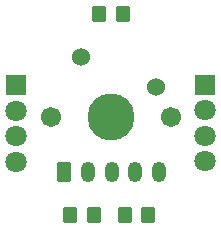
<source format=gbr>
%TF.GenerationSoftware,KiCad,Pcbnew,(6.0.9)*%
%TF.CreationDate,2023-06-19T17:18:25-04:00*%
%TF.ProjectId,ckc-mx,636b632d-6d78-42e6-9b69-6361645f7063,rev?*%
%TF.SameCoordinates,Original*%
%TF.FileFunction,Soldermask,Bot*%
%TF.FilePolarity,Negative*%
%FSLAX46Y46*%
G04 Gerber Fmt 4.6, Leading zero omitted, Abs format (unit mm)*
G04 Created by KiCad (PCBNEW (6.0.9)) date 2023-06-19 17:18:25*
%MOMM*%
%LPD*%
G01*
G04 APERTURE LIST*
G04 Aperture macros list*
%AMRoundRect*
0 Rectangle with rounded corners*
0 $1 Rounding radius*
0 $2 $3 $4 $5 $6 $7 $8 $9 X,Y pos of 4 corners*
0 Add a 4 corners polygon primitive as box body*
4,1,4,$2,$3,$4,$5,$6,$7,$8,$9,$2,$3,0*
0 Add four circle primitives for the rounded corners*
1,1,$1+$1,$2,$3*
1,1,$1+$1,$4,$5*
1,1,$1+$1,$6,$7*
1,1,$1+$1,$8,$9*
0 Add four rect primitives between the rounded corners*
20,1,$1+$1,$2,$3,$4,$5,0*
20,1,$1+$1,$4,$5,$6,$7,0*
20,1,$1+$1,$6,$7,$8,$9,0*
20,1,$1+$1,$8,$9,$2,$3,0*%
G04 Aperture macros list end*
%ADD10C,1.701800*%
%ADD11C,1.524000*%
%ADD12C,3.987800*%
%ADD13RoundRect,0.250000X-0.350000X-0.625000X0.350000X-0.625000X0.350000X0.625000X-0.350000X0.625000X0*%
%ADD14O,1.200000X1.750000*%
%ADD15RoundRect,0.250000X-0.350000X-0.450000X0.350000X-0.450000X0.350000X0.450000X-0.350000X0.450000X0*%
%ADD16RoundRect,0.250000X0.350000X0.450000X-0.350000X0.450000X-0.350000X-0.450000X0.350000X-0.450000X0*%
%ADD17R,1.800000X1.800000*%
%ADD18C,1.800000*%
G04 APERTURE END LIST*
D10*
%TO.C,SW1*%
X153511250Y-65881250D03*
D11*
X145891250Y-60801250D03*
D10*
X143351250Y-65881250D03*
D11*
X152241250Y-63341250D03*
D12*
X148431250Y-65881250D03*
%TD*%
D13*
%TO.C,J1*%
X144500000Y-70500000D03*
D14*
X146500000Y-70500000D03*
X148500000Y-70500000D03*
X150500000Y-70500000D03*
X152500000Y-70500000D03*
%TD*%
D15*
%TO.C,R2*%
X149600000Y-74200000D03*
X151600000Y-74200000D03*
%TD*%
D16*
%TO.C,R1*%
X147000000Y-74200000D03*
X145000000Y-74200000D03*
%TD*%
D17*
%TO.C,LED2*%
X140400000Y-63200000D03*
D18*
X140400000Y-65359000D03*
X140400000Y-67518000D03*
X140400000Y-69677000D03*
%TD*%
D17*
%TO.C,LED1*%
X156400000Y-63160000D03*
D18*
X156400000Y-65319000D03*
X156400000Y-67478000D03*
X156400000Y-69637000D03*
%TD*%
D16*
%TO.C,R3*%
X149431250Y-57150000D03*
X147431250Y-57150000D03*
%TD*%
M02*

</source>
